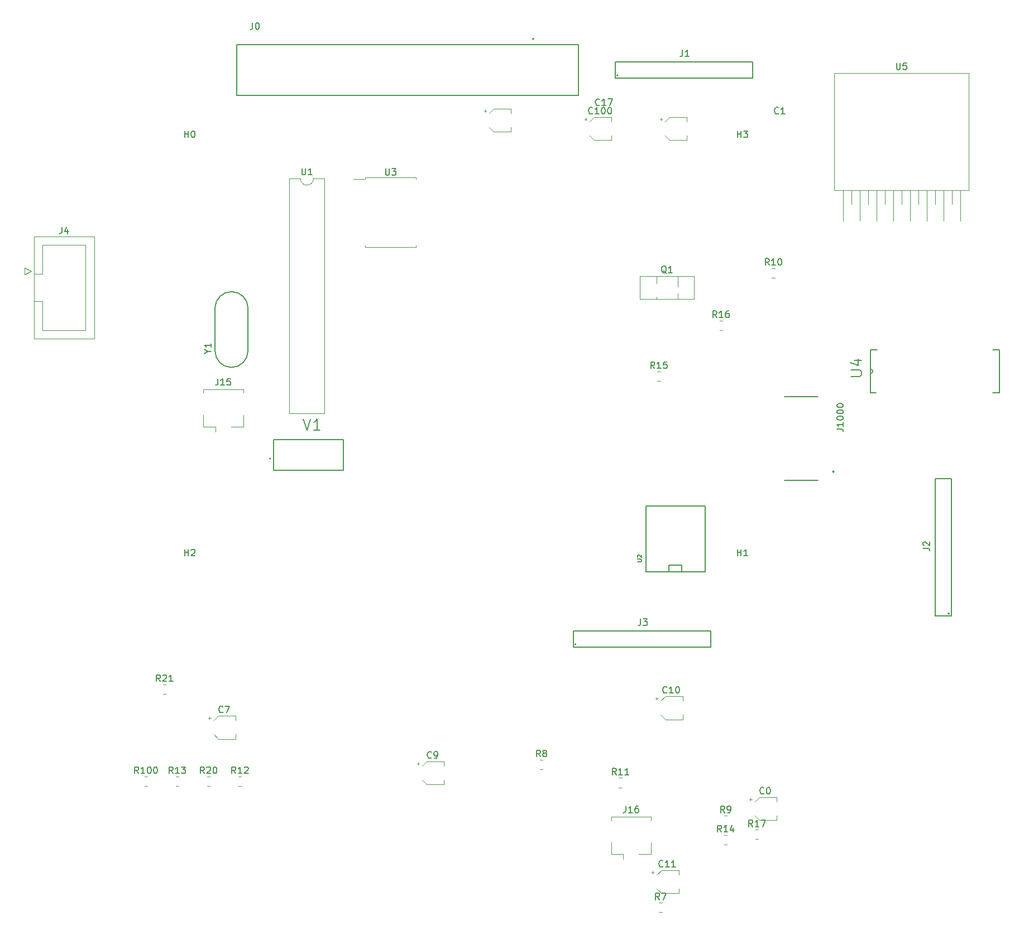
<source format=gbr>
%TF.GenerationSoftware,KiCad,Pcbnew,(6.0.7-1)-1*%
%TF.CreationDate,2022-10-11T17:33:30-05:00*%
%TF.ProjectId,PCB 2,50434220-322e-46b6-9963-61645f706362,rev?*%
%TF.SameCoordinates,Original*%
%TF.FileFunction,Legend,Top*%
%TF.FilePolarity,Positive*%
%FSLAX46Y46*%
G04 Gerber Fmt 4.6, Leading zero omitted, Abs format (unit mm)*
G04 Created by KiCad (PCBNEW (6.0.7-1)-1) date 2022-10-11 17:33:30*
%MOMM*%
%LPD*%
G01*
G04 APERTURE LIST*
%ADD10C,0.150000*%
%ADD11C,0.127000*%
%ADD12C,0.200000*%
%ADD13C,0.152400*%
%ADD14C,0.120000*%
G04 APERTURE END LIST*
D10*
%TO.C,Y1*%
X66241190Y-68071190D02*
X66717380Y-68071190D01*
X65717380Y-68404523D02*
X66241190Y-68071190D01*
X65717380Y-67737857D01*
X66717380Y-66880714D02*
X66717380Y-67452142D01*
X66717380Y-67166428D02*
X65717380Y-67166428D01*
X65860238Y-67261666D01*
X65955476Y-67356904D01*
X66003095Y-67452142D01*
%TO.C,V1*%
X80757185Y-78366288D02*
X81306345Y-80013768D01*
X81855505Y-78366288D01*
X83267631Y-80013768D02*
X82326214Y-80013768D01*
X82796922Y-80013768D02*
X82796922Y-78366288D01*
X82640020Y-78601642D01*
X82483117Y-78758545D01*
X82326214Y-78836997D01*
%TO.C,U5*%
X170683095Y-24312380D02*
X170683095Y-25121904D01*
X170730714Y-25217142D01*
X170778333Y-25264761D01*
X170873571Y-25312380D01*
X171064047Y-25312380D01*
X171159285Y-25264761D01*
X171206904Y-25217142D01*
X171254523Y-25121904D01*
X171254523Y-24312380D01*
X172206904Y-24312380D02*
X171730714Y-24312380D01*
X171683095Y-24788571D01*
X171730714Y-24740952D01*
X171825952Y-24693333D01*
X172064047Y-24693333D01*
X172159285Y-24740952D01*
X172206904Y-24788571D01*
X172254523Y-24883809D01*
X172254523Y-25121904D01*
X172206904Y-25217142D01*
X172159285Y-25264761D01*
X172064047Y-25312380D01*
X171825952Y-25312380D01*
X171730714Y-25264761D01*
X171683095Y-25217142D01*
%TO.C,U4*%
X163754393Y-71870713D02*
X165084689Y-71870713D01*
X165241195Y-71792460D01*
X165319448Y-71714208D01*
X165397700Y-71557702D01*
X165397700Y-71244691D01*
X165319448Y-71088186D01*
X165241195Y-71009933D01*
X165084689Y-70931680D01*
X163754393Y-70931680D01*
X164302162Y-69444879D02*
X165397700Y-69444879D01*
X163676141Y-69836142D02*
X164849931Y-70227406D01*
X164849931Y-69210121D01*
%TO.C,U3*%
X93208095Y-40332380D02*
X93208095Y-41141904D01*
X93255714Y-41237142D01*
X93303333Y-41284761D01*
X93398571Y-41332380D01*
X93589047Y-41332380D01*
X93684285Y-41284761D01*
X93731904Y-41237142D01*
X93779523Y-41141904D01*
X93779523Y-40332380D01*
X94160476Y-40332380D02*
X94779523Y-40332380D01*
X94446190Y-40713333D01*
X94589047Y-40713333D01*
X94684285Y-40760952D01*
X94731904Y-40808571D01*
X94779523Y-40903809D01*
X94779523Y-41141904D01*
X94731904Y-41237142D01*
X94684285Y-41284761D01*
X94589047Y-41332380D01*
X94303333Y-41332380D01*
X94208095Y-41284761D01*
X94160476Y-41237142D01*
%TO.C,U2*%
X131395179Y-99980389D02*
X131913989Y-99980389D01*
X131975025Y-99949871D01*
X132005544Y-99919353D01*
X132036062Y-99858316D01*
X132036062Y-99736243D01*
X132005544Y-99675207D01*
X131975025Y-99644689D01*
X131913989Y-99614170D01*
X131395179Y-99614170D01*
X131456215Y-99339506D02*
X131425697Y-99308988D01*
X131395179Y-99247952D01*
X131395179Y-99095360D01*
X131425697Y-99034324D01*
X131456215Y-99003806D01*
X131517252Y-98973287D01*
X131578288Y-98973287D01*
X131669843Y-99003806D01*
X132036062Y-99370025D01*
X132036062Y-98973287D01*
%TO.C,U1*%
X80518095Y-40302380D02*
X80518095Y-41111904D01*
X80565714Y-41207142D01*
X80613333Y-41254761D01*
X80708571Y-41302380D01*
X80899047Y-41302380D01*
X80994285Y-41254761D01*
X81041904Y-41207142D01*
X81089523Y-41111904D01*
X81089523Y-40302380D01*
X82089523Y-41302380D02*
X81518095Y-41302380D01*
X81803809Y-41302380D02*
X81803809Y-40302380D01*
X81708571Y-40445238D01*
X81613333Y-40540476D01*
X81518095Y-40588095D01*
%TO.C,R100*%
X55750952Y-132152380D02*
X55417619Y-131676190D01*
X55179523Y-132152380D02*
X55179523Y-131152380D01*
X55560476Y-131152380D01*
X55655714Y-131200000D01*
X55703333Y-131247619D01*
X55750952Y-131342857D01*
X55750952Y-131485714D01*
X55703333Y-131580952D01*
X55655714Y-131628571D01*
X55560476Y-131676190D01*
X55179523Y-131676190D01*
X56703333Y-132152380D02*
X56131904Y-132152380D01*
X56417619Y-132152380D02*
X56417619Y-131152380D01*
X56322380Y-131295238D01*
X56227142Y-131390476D01*
X56131904Y-131438095D01*
X57322380Y-131152380D02*
X57417619Y-131152380D01*
X57512857Y-131200000D01*
X57560476Y-131247619D01*
X57608095Y-131342857D01*
X57655714Y-131533333D01*
X57655714Y-131771428D01*
X57608095Y-131961904D01*
X57560476Y-132057142D01*
X57512857Y-132104761D01*
X57417619Y-132152380D01*
X57322380Y-132152380D01*
X57227142Y-132104761D01*
X57179523Y-132057142D01*
X57131904Y-131961904D01*
X57084285Y-131771428D01*
X57084285Y-131533333D01*
X57131904Y-131342857D01*
X57179523Y-131247619D01*
X57227142Y-131200000D01*
X57322380Y-131152380D01*
X58274761Y-131152380D02*
X58370000Y-131152380D01*
X58465238Y-131200000D01*
X58512857Y-131247619D01*
X58560476Y-131342857D01*
X58608095Y-131533333D01*
X58608095Y-131771428D01*
X58560476Y-131961904D01*
X58512857Y-132057142D01*
X58465238Y-132104761D01*
X58370000Y-132152380D01*
X58274761Y-132152380D01*
X58179523Y-132104761D01*
X58131904Y-132057142D01*
X58084285Y-131961904D01*
X58036666Y-131771428D01*
X58036666Y-131533333D01*
X58084285Y-131342857D01*
X58131904Y-131247619D01*
X58179523Y-131200000D01*
X58274761Y-131152380D01*
%TO.C,R21*%
X59047142Y-118182380D02*
X58713809Y-117706190D01*
X58475714Y-118182380D02*
X58475714Y-117182380D01*
X58856666Y-117182380D01*
X58951904Y-117230000D01*
X58999523Y-117277619D01*
X59047142Y-117372857D01*
X59047142Y-117515714D01*
X58999523Y-117610952D01*
X58951904Y-117658571D01*
X58856666Y-117706190D01*
X58475714Y-117706190D01*
X59428095Y-117277619D02*
X59475714Y-117230000D01*
X59570952Y-117182380D01*
X59809047Y-117182380D01*
X59904285Y-117230000D01*
X59951904Y-117277619D01*
X59999523Y-117372857D01*
X59999523Y-117468095D01*
X59951904Y-117610952D01*
X59380476Y-118182380D01*
X59999523Y-118182380D01*
X60951904Y-118182380D02*
X60380476Y-118182380D01*
X60666190Y-118182380D02*
X60666190Y-117182380D01*
X60570952Y-117325238D01*
X60475714Y-117420476D01*
X60380476Y-117468095D01*
%TO.C,R20*%
X65727142Y-132152380D02*
X65393809Y-131676190D01*
X65155714Y-132152380D02*
X65155714Y-131152380D01*
X65536666Y-131152380D01*
X65631904Y-131200000D01*
X65679523Y-131247619D01*
X65727142Y-131342857D01*
X65727142Y-131485714D01*
X65679523Y-131580952D01*
X65631904Y-131628571D01*
X65536666Y-131676190D01*
X65155714Y-131676190D01*
X66108095Y-131247619D02*
X66155714Y-131200000D01*
X66250952Y-131152380D01*
X66489047Y-131152380D01*
X66584285Y-131200000D01*
X66631904Y-131247619D01*
X66679523Y-131342857D01*
X66679523Y-131438095D01*
X66631904Y-131580952D01*
X66060476Y-132152380D01*
X66679523Y-132152380D01*
X67298571Y-131152380D02*
X67393809Y-131152380D01*
X67489047Y-131200000D01*
X67536666Y-131247619D01*
X67584285Y-131342857D01*
X67631904Y-131533333D01*
X67631904Y-131771428D01*
X67584285Y-131961904D01*
X67536666Y-132057142D01*
X67489047Y-132104761D01*
X67393809Y-132152380D01*
X67298571Y-132152380D01*
X67203333Y-132104761D01*
X67155714Y-132057142D01*
X67108095Y-131961904D01*
X67060476Y-131771428D01*
X67060476Y-131533333D01*
X67108095Y-131342857D01*
X67155714Y-131247619D01*
X67203333Y-131200000D01*
X67298571Y-131152380D01*
%TO.C,R17*%
X148887142Y-140202380D02*
X148553809Y-139726190D01*
X148315714Y-140202380D02*
X148315714Y-139202380D01*
X148696666Y-139202380D01*
X148791904Y-139250000D01*
X148839523Y-139297619D01*
X148887142Y-139392857D01*
X148887142Y-139535714D01*
X148839523Y-139630952D01*
X148791904Y-139678571D01*
X148696666Y-139726190D01*
X148315714Y-139726190D01*
X149839523Y-140202380D02*
X149268095Y-140202380D01*
X149553809Y-140202380D02*
X149553809Y-139202380D01*
X149458571Y-139345238D01*
X149363333Y-139440476D01*
X149268095Y-139488095D01*
X150172857Y-139202380D02*
X150839523Y-139202380D01*
X150410952Y-140202380D01*
%TO.C,R16*%
X143427142Y-62954380D02*
X143093809Y-62478190D01*
X142855714Y-62954380D02*
X142855714Y-61954380D01*
X143236666Y-61954380D01*
X143331904Y-62002000D01*
X143379523Y-62049619D01*
X143427142Y-62144857D01*
X143427142Y-62287714D01*
X143379523Y-62382952D01*
X143331904Y-62430571D01*
X143236666Y-62478190D01*
X142855714Y-62478190D01*
X144379523Y-62954380D02*
X143808095Y-62954380D01*
X144093809Y-62954380D02*
X144093809Y-61954380D01*
X143998571Y-62097238D01*
X143903333Y-62192476D01*
X143808095Y-62240095D01*
X145236666Y-61954380D02*
X145046190Y-61954380D01*
X144950952Y-62002000D01*
X144903333Y-62049619D01*
X144808095Y-62192476D01*
X144760476Y-62382952D01*
X144760476Y-62763904D01*
X144808095Y-62859142D01*
X144855714Y-62906761D01*
X144950952Y-62954380D01*
X145141428Y-62954380D01*
X145236666Y-62906761D01*
X145284285Y-62859142D01*
X145331904Y-62763904D01*
X145331904Y-62525809D01*
X145284285Y-62430571D01*
X145236666Y-62382952D01*
X145141428Y-62335333D01*
X144950952Y-62335333D01*
X144855714Y-62382952D01*
X144808095Y-62430571D01*
X144760476Y-62525809D01*
%TO.C,R15*%
X133997142Y-70674380D02*
X133663809Y-70198190D01*
X133425714Y-70674380D02*
X133425714Y-69674380D01*
X133806666Y-69674380D01*
X133901904Y-69722000D01*
X133949523Y-69769619D01*
X133997142Y-69864857D01*
X133997142Y-70007714D01*
X133949523Y-70102952D01*
X133901904Y-70150571D01*
X133806666Y-70198190D01*
X133425714Y-70198190D01*
X134949523Y-70674380D02*
X134378095Y-70674380D01*
X134663809Y-70674380D02*
X134663809Y-69674380D01*
X134568571Y-69817238D01*
X134473333Y-69912476D01*
X134378095Y-69960095D01*
X135854285Y-69674380D02*
X135378095Y-69674380D01*
X135330476Y-70150571D01*
X135378095Y-70102952D01*
X135473333Y-70055333D01*
X135711428Y-70055333D01*
X135806666Y-70102952D01*
X135854285Y-70150571D01*
X135901904Y-70245809D01*
X135901904Y-70483904D01*
X135854285Y-70579142D01*
X135806666Y-70626761D01*
X135711428Y-70674380D01*
X135473333Y-70674380D01*
X135378095Y-70626761D01*
X135330476Y-70579142D01*
%TO.C,R14*%
X144137142Y-141042380D02*
X143803809Y-140566190D01*
X143565714Y-141042380D02*
X143565714Y-140042380D01*
X143946666Y-140042380D01*
X144041904Y-140090000D01*
X144089523Y-140137619D01*
X144137142Y-140232857D01*
X144137142Y-140375714D01*
X144089523Y-140470952D01*
X144041904Y-140518571D01*
X143946666Y-140566190D01*
X143565714Y-140566190D01*
X145089523Y-141042380D02*
X144518095Y-141042380D01*
X144803809Y-141042380D02*
X144803809Y-140042380D01*
X144708571Y-140185238D01*
X144613333Y-140280476D01*
X144518095Y-140328095D01*
X145946666Y-140375714D02*
X145946666Y-141042380D01*
X145708571Y-139994761D02*
X145470476Y-140709047D01*
X146089523Y-140709047D01*
%TO.C,R13*%
X60977142Y-132152380D02*
X60643809Y-131676190D01*
X60405714Y-132152380D02*
X60405714Y-131152380D01*
X60786666Y-131152380D01*
X60881904Y-131200000D01*
X60929523Y-131247619D01*
X60977142Y-131342857D01*
X60977142Y-131485714D01*
X60929523Y-131580952D01*
X60881904Y-131628571D01*
X60786666Y-131676190D01*
X60405714Y-131676190D01*
X61929523Y-132152380D02*
X61358095Y-132152380D01*
X61643809Y-132152380D02*
X61643809Y-131152380D01*
X61548571Y-131295238D01*
X61453333Y-131390476D01*
X61358095Y-131438095D01*
X62262857Y-131152380D02*
X62881904Y-131152380D01*
X62548571Y-131533333D01*
X62691428Y-131533333D01*
X62786666Y-131580952D01*
X62834285Y-131628571D01*
X62881904Y-131723809D01*
X62881904Y-131961904D01*
X62834285Y-132057142D01*
X62786666Y-132104761D01*
X62691428Y-132152380D01*
X62405714Y-132152380D01*
X62310476Y-132104761D01*
X62262857Y-132057142D01*
%TO.C,R12*%
X70477142Y-132152380D02*
X70143809Y-131676190D01*
X69905714Y-132152380D02*
X69905714Y-131152380D01*
X70286666Y-131152380D01*
X70381904Y-131200000D01*
X70429523Y-131247619D01*
X70477142Y-131342857D01*
X70477142Y-131485714D01*
X70429523Y-131580952D01*
X70381904Y-131628571D01*
X70286666Y-131676190D01*
X69905714Y-131676190D01*
X71429523Y-132152380D02*
X70858095Y-132152380D01*
X71143809Y-132152380D02*
X71143809Y-131152380D01*
X71048571Y-131295238D01*
X70953333Y-131390476D01*
X70858095Y-131438095D01*
X71810476Y-131247619D02*
X71858095Y-131200000D01*
X71953333Y-131152380D01*
X72191428Y-131152380D01*
X72286666Y-131200000D01*
X72334285Y-131247619D01*
X72381904Y-131342857D01*
X72381904Y-131438095D01*
X72334285Y-131580952D01*
X71762857Y-132152380D01*
X72381904Y-132152380D01*
%TO.C,R11*%
X128177142Y-132352380D02*
X127843809Y-131876190D01*
X127605714Y-132352380D02*
X127605714Y-131352380D01*
X127986666Y-131352380D01*
X128081904Y-131400000D01*
X128129523Y-131447619D01*
X128177142Y-131542857D01*
X128177142Y-131685714D01*
X128129523Y-131780952D01*
X128081904Y-131828571D01*
X127986666Y-131876190D01*
X127605714Y-131876190D01*
X129129523Y-132352380D02*
X128558095Y-132352380D01*
X128843809Y-132352380D02*
X128843809Y-131352380D01*
X128748571Y-131495238D01*
X128653333Y-131590476D01*
X128558095Y-131638095D01*
X130081904Y-132352380D02*
X129510476Y-132352380D01*
X129796190Y-132352380D02*
X129796190Y-131352380D01*
X129700952Y-131495238D01*
X129605714Y-131590476D01*
X129510476Y-131638095D01*
%TO.C,R10*%
X151377142Y-55004380D02*
X151043809Y-54528190D01*
X150805714Y-55004380D02*
X150805714Y-54004380D01*
X151186666Y-54004380D01*
X151281904Y-54052000D01*
X151329523Y-54099619D01*
X151377142Y-54194857D01*
X151377142Y-54337714D01*
X151329523Y-54432952D01*
X151281904Y-54480571D01*
X151186666Y-54528190D01*
X150805714Y-54528190D01*
X152329523Y-55004380D02*
X151758095Y-55004380D01*
X152043809Y-55004380D02*
X152043809Y-54004380D01*
X151948571Y-54147238D01*
X151853333Y-54242476D01*
X151758095Y-54290095D01*
X152948571Y-54004380D02*
X153043809Y-54004380D01*
X153139047Y-54052000D01*
X153186666Y-54099619D01*
X153234285Y-54194857D01*
X153281904Y-54385333D01*
X153281904Y-54623428D01*
X153234285Y-54813904D01*
X153186666Y-54909142D01*
X153139047Y-54956761D01*
X153043809Y-55004380D01*
X152948571Y-55004380D01*
X152853333Y-54956761D01*
X152805714Y-54909142D01*
X152758095Y-54813904D01*
X152710476Y-54623428D01*
X152710476Y-54385333D01*
X152758095Y-54194857D01*
X152805714Y-54099619D01*
X152853333Y-54052000D01*
X152948571Y-54004380D01*
%TO.C,R9*%
X144613333Y-138092380D02*
X144280000Y-137616190D01*
X144041904Y-138092380D02*
X144041904Y-137092380D01*
X144422857Y-137092380D01*
X144518095Y-137140000D01*
X144565714Y-137187619D01*
X144613333Y-137282857D01*
X144613333Y-137425714D01*
X144565714Y-137520952D01*
X144518095Y-137568571D01*
X144422857Y-137616190D01*
X144041904Y-137616190D01*
X145089523Y-138092380D02*
X145280000Y-138092380D01*
X145375238Y-138044761D01*
X145422857Y-137997142D01*
X145518095Y-137854285D01*
X145565714Y-137663809D01*
X145565714Y-137282857D01*
X145518095Y-137187619D01*
X145470476Y-137140000D01*
X145375238Y-137092380D01*
X145184761Y-137092380D01*
X145089523Y-137140000D01*
X145041904Y-137187619D01*
X144994285Y-137282857D01*
X144994285Y-137520952D01*
X145041904Y-137616190D01*
X145089523Y-137663809D01*
X145184761Y-137711428D01*
X145375238Y-137711428D01*
X145470476Y-137663809D01*
X145518095Y-137616190D01*
X145565714Y-137520952D01*
%TO.C,R8*%
X116673333Y-129612380D02*
X116340000Y-129136190D01*
X116101904Y-129612380D02*
X116101904Y-128612380D01*
X116482857Y-128612380D01*
X116578095Y-128660000D01*
X116625714Y-128707619D01*
X116673333Y-128802857D01*
X116673333Y-128945714D01*
X116625714Y-129040952D01*
X116578095Y-129088571D01*
X116482857Y-129136190D01*
X116101904Y-129136190D01*
X117244761Y-129040952D02*
X117149523Y-128993333D01*
X117101904Y-128945714D01*
X117054285Y-128850476D01*
X117054285Y-128802857D01*
X117101904Y-128707619D01*
X117149523Y-128660000D01*
X117244761Y-128612380D01*
X117435238Y-128612380D01*
X117530476Y-128660000D01*
X117578095Y-128707619D01*
X117625714Y-128802857D01*
X117625714Y-128850476D01*
X117578095Y-128945714D01*
X117530476Y-128993333D01*
X117435238Y-129040952D01*
X117244761Y-129040952D01*
X117149523Y-129088571D01*
X117101904Y-129136190D01*
X117054285Y-129231428D01*
X117054285Y-129421904D01*
X117101904Y-129517142D01*
X117149523Y-129564761D01*
X117244761Y-129612380D01*
X117435238Y-129612380D01*
X117530476Y-129564761D01*
X117578095Y-129517142D01*
X117625714Y-129421904D01*
X117625714Y-129231428D01*
X117578095Y-129136190D01*
X117530476Y-129088571D01*
X117435238Y-129040952D01*
%TO.C,R7*%
X134743333Y-151292380D02*
X134410000Y-150816190D01*
X134171904Y-151292380D02*
X134171904Y-150292380D01*
X134552857Y-150292380D01*
X134648095Y-150340000D01*
X134695714Y-150387619D01*
X134743333Y-150482857D01*
X134743333Y-150625714D01*
X134695714Y-150720952D01*
X134648095Y-150768571D01*
X134552857Y-150816190D01*
X134171904Y-150816190D01*
X135076666Y-150292380D02*
X135743333Y-150292380D01*
X135314761Y-151292380D01*
%TO.C,Q1*%
X135794761Y-56222619D02*
X135699523Y-56175000D01*
X135604285Y-56079761D01*
X135461428Y-55936904D01*
X135366190Y-55889285D01*
X135270952Y-55889285D01*
X135318571Y-56127380D02*
X135223333Y-56079761D01*
X135128095Y-55984523D01*
X135080476Y-55794047D01*
X135080476Y-55460714D01*
X135128095Y-55270238D01*
X135223333Y-55175000D01*
X135318571Y-55127380D01*
X135509047Y-55127380D01*
X135604285Y-55175000D01*
X135699523Y-55270238D01*
X135747142Y-55460714D01*
X135747142Y-55794047D01*
X135699523Y-55984523D01*
X135604285Y-56079761D01*
X135509047Y-56127380D01*
X135318571Y-56127380D01*
X136699523Y-56127380D02*
X136128095Y-56127380D01*
X136413809Y-56127380D02*
X136413809Y-55127380D01*
X136318571Y-55270238D01*
X136223333Y-55365476D01*
X136128095Y-55413095D01*
%TO.C,J1000*%
X161627380Y-79866904D02*
X162341666Y-79866904D01*
X162484523Y-79914523D01*
X162579761Y-80009761D01*
X162627380Y-80152619D01*
X162627380Y-80247857D01*
X162627380Y-78866904D02*
X162627380Y-79438333D01*
X162627380Y-79152619D02*
X161627380Y-79152619D01*
X161770238Y-79247857D01*
X161865476Y-79343095D01*
X161913095Y-79438333D01*
X161627380Y-78247857D02*
X161627380Y-78152619D01*
X161675000Y-78057380D01*
X161722619Y-78009761D01*
X161817857Y-77962142D01*
X162008333Y-77914523D01*
X162246428Y-77914523D01*
X162436904Y-77962142D01*
X162532142Y-78009761D01*
X162579761Y-78057380D01*
X162627380Y-78152619D01*
X162627380Y-78247857D01*
X162579761Y-78343095D01*
X162532142Y-78390714D01*
X162436904Y-78438333D01*
X162246428Y-78485952D01*
X162008333Y-78485952D01*
X161817857Y-78438333D01*
X161722619Y-78390714D01*
X161675000Y-78343095D01*
X161627380Y-78247857D01*
X161627380Y-77295476D02*
X161627380Y-77200238D01*
X161675000Y-77105000D01*
X161722619Y-77057380D01*
X161817857Y-77009761D01*
X162008333Y-76962142D01*
X162246428Y-76962142D01*
X162436904Y-77009761D01*
X162532142Y-77057380D01*
X162579761Y-77105000D01*
X162627380Y-77200238D01*
X162627380Y-77295476D01*
X162579761Y-77390714D01*
X162532142Y-77438333D01*
X162436904Y-77485952D01*
X162246428Y-77533571D01*
X162008333Y-77533571D01*
X161817857Y-77485952D01*
X161722619Y-77438333D01*
X161675000Y-77390714D01*
X161627380Y-77295476D01*
X161627380Y-76343095D02*
X161627380Y-76247857D01*
X161675000Y-76152619D01*
X161722619Y-76105000D01*
X161817857Y-76057380D01*
X162008333Y-76009761D01*
X162246428Y-76009761D01*
X162436904Y-76057380D01*
X162532142Y-76105000D01*
X162579761Y-76152619D01*
X162627380Y-76247857D01*
X162627380Y-76343095D01*
X162579761Y-76438333D01*
X162532142Y-76485952D01*
X162436904Y-76533571D01*
X162246428Y-76581190D01*
X162008333Y-76581190D01*
X161817857Y-76533571D01*
X161722619Y-76485952D01*
X161675000Y-76438333D01*
X161627380Y-76343095D01*
%TO.C,J16*%
X129640476Y-137092380D02*
X129640476Y-137806666D01*
X129592857Y-137949523D01*
X129497619Y-138044761D01*
X129354761Y-138092380D01*
X129259523Y-138092380D01*
X130640476Y-138092380D02*
X130069047Y-138092380D01*
X130354761Y-138092380D02*
X130354761Y-137092380D01*
X130259523Y-137235238D01*
X130164285Y-137330476D01*
X130069047Y-137378095D01*
X131497619Y-137092380D02*
X131307142Y-137092380D01*
X131211904Y-137140000D01*
X131164285Y-137187619D01*
X131069047Y-137330476D01*
X131021428Y-137520952D01*
X131021428Y-137901904D01*
X131069047Y-137997142D01*
X131116666Y-138044761D01*
X131211904Y-138092380D01*
X131402380Y-138092380D01*
X131497619Y-138044761D01*
X131545238Y-137997142D01*
X131592857Y-137901904D01*
X131592857Y-137663809D01*
X131545238Y-137568571D01*
X131497619Y-137520952D01*
X131402380Y-137473333D01*
X131211904Y-137473333D01*
X131116666Y-137520952D01*
X131069047Y-137568571D01*
X131021428Y-137663809D01*
%TO.C,J15*%
X67770476Y-72222380D02*
X67770476Y-72936666D01*
X67722857Y-73079523D01*
X67627619Y-73174761D01*
X67484761Y-73222380D01*
X67389523Y-73222380D01*
X68770476Y-73222380D02*
X68199047Y-73222380D01*
X68484761Y-73222380D02*
X68484761Y-72222380D01*
X68389523Y-72365238D01*
X68294285Y-72460476D01*
X68199047Y-72508095D01*
X69675238Y-72222380D02*
X69199047Y-72222380D01*
X69151428Y-72698571D01*
X69199047Y-72650952D01*
X69294285Y-72603333D01*
X69532380Y-72603333D01*
X69627619Y-72650952D01*
X69675238Y-72698571D01*
X69722857Y-72793809D01*
X69722857Y-73031904D01*
X69675238Y-73127142D01*
X69627619Y-73174761D01*
X69532380Y-73222380D01*
X69294285Y-73222380D01*
X69199047Y-73174761D01*
X69151428Y-73127142D01*
%TO.C,J4*%
X44116666Y-49232380D02*
X44116666Y-49946666D01*
X44069047Y-50089523D01*
X43973809Y-50184761D01*
X43830952Y-50232380D01*
X43735714Y-50232380D01*
X45021428Y-49565714D02*
X45021428Y-50232380D01*
X44783333Y-49184761D02*
X44545238Y-49899047D01*
X45164285Y-49899047D01*
%TO.C,J3*%
X131883648Y-108688648D02*
X131883648Y-109403733D01*
X131835975Y-109546749D01*
X131740631Y-109642094D01*
X131597614Y-109689766D01*
X131502269Y-109689766D01*
X132265026Y-108688648D02*
X132884766Y-108688648D01*
X132551060Y-109070027D01*
X132694076Y-109070027D01*
X132789421Y-109117699D01*
X132837093Y-109165371D01*
X132884766Y-109260716D01*
X132884766Y-109499077D01*
X132837093Y-109594422D01*
X132789421Y-109642094D01*
X132694076Y-109689766D01*
X132408043Y-109689766D01*
X132312698Y-109642094D01*
X132265026Y-109594422D01*
%TO.C,J2*%
X174728648Y-97986352D02*
X175443733Y-97986352D01*
X175586749Y-98034024D01*
X175682094Y-98129368D01*
X175729766Y-98272385D01*
X175729766Y-98367730D01*
X174823993Y-97557301D02*
X174776321Y-97509629D01*
X174728648Y-97414284D01*
X174728648Y-97175923D01*
X174776321Y-97080578D01*
X174823993Y-97032906D01*
X174919337Y-96985234D01*
X175014682Y-96985234D01*
X175157699Y-97032906D01*
X175729766Y-97604973D01*
X175729766Y-96985234D01*
%TO.C,J1*%
X138233648Y-22328648D02*
X138233648Y-23043733D01*
X138185975Y-23186749D01*
X138090631Y-23282094D01*
X137947614Y-23329766D01*
X137852269Y-23329766D01*
X139234766Y-23329766D02*
X138662698Y-23329766D01*
X138948732Y-23329766D02*
X138948732Y-22328648D01*
X138853387Y-22471665D01*
X138758043Y-22567010D01*
X138662698Y-22614682D01*
%TO.C,J0*%
X73051666Y-18217380D02*
X73051666Y-18931666D01*
X73004047Y-19074523D01*
X72908809Y-19169761D01*
X72765952Y-19217380D01*
X72670714Y-19217380D01*
X73718333Y-18217380D02*
X73813571Y-18217380D01*
X73908809Y-18265000D01*
X73956428Y-18312619D01*
X74004047Y-18407857D01*
X74051666Y-18598333D01*
X74051666Y-18836428D01*
X74004047Y-19026904D01*
X73956428Y-19122142D01*
X73908809Y-19169761D01*
X73813571Y-19217380D01*
X73718333Y-19217380D01*
X73623095Y-19169761D01*
X73575476Y-19122142D01*
X73527857Y-19026904D01*
X73480238Y-18836428D01*
X73480238Y-18598333D01*
X73527857Y-18407857D01*
X73575476Y-18312619D01*
X73623095Y-18265000D01*
X73718333Y-18217380D01*
%TO.C,H3*%
X146558095Y-35622380D02*
X146558095Y-34622380D01*
X146558095Y-35098571D02*
X147129523Y-35098571D01*
X147129523Y-35622380D02*
X147129523Y-34622380D01*
X147510476Y-34622380D02*
X148129523Y-34622380D01*
X147796190Y-35003333D01*
X147939047Y-35003333D01*
X148034285Y-35050952D01*
X148081904Y-35098571D01*
X148129523Y-35193809D01*
X148129523Y-35431904D01*
X148081904Y-35527142D01*
X148034285Y-35574761D01*
X147939047Y-35622380D01*
X147653333Y-35622380D01*
X147558095Y-35574761D01*
X147510476Y-35527142D01*
%TO.C,H2*%
X62738095Y-99122380D02*
X62738095Y-98122380D01*
X62738095Y-98598571D02*
X63309523Y-98598571D01*
X63309523Y-99122380D02*
X63309523Y-98122380D01*
X63738095Y-98217619D02*
X63785714Y-98170000D01*
X63880952Y-98122380D01*
X64119047Y-98122380D01*
X64214285Y-98170000D01*
X64261904Y-98217619D01*
X64309523Y-98312857D01*
X64309523Y-98408095D01*
X64261904Y-98550952D01*
X63690476Y-99122380D01*
X64309523Y-99122380D01*
%TO.C,H1*%
X146558095Y-99122380D02*
X146558095Y-98122380D01*
X146558095Y-98598571D02*
X147129523Y-98598571D01*
X147129523Y-99122380D02*
X147129523Y-98122380D01*
X148129523Y-99122380D02*
X147558095Y-99122380D01*
X147843809Y-99122380D02*
X147843809Y-98122380D01*
X147748571Y-98265238D01*
X147653333Y-98360476D01*
X147558095Y-98408095D01*
%TO.C,H0*%
X62738095Y-35622380D02*
X62738095Y-34622380D01*
X62738095Y-35098571D02*
X63309523Y-35098571D01*
X63309523Y-35622380D02*
X63309523Y-34622380D01*
X63976190Y-34622380D02*
X64071428Y-34622380D01*
X64166666Y-34670000D01*
X64214285Y-34717619D01*
X64261904Y-34812857D01*
X64309523Y-35003333D01*
X64309523Y-35241428D01*
X64261904Y-35431904D01*
X64214285Y-35527142D01*
X64166666Y-35574761D01*
X64071428Y-35622380D01*
X63976190Y-35622380D01*
X63880952Y-35574761D01*
X63833333Y-35527142D01*
X63785714Y-35431904D01*
X63738095Y-35241428D01*
X63738095Y-35003333D01*
X63785714Y-34812857D01*
X63833333Y-34717619D01*
X63880952Y-34670000D01*
X63976190Y-34622380D01*
%TO.C,C100*%
X124610952Y-31947142D02*
X124563333Y-31994761D01*
X124420476Y-32042380D01*
X124325238Y-32042380D01*
X124182380Y-31994761D01*
X124087142Y-31899523D01*
X124039523Y-31804285D01*
X123991904Y-31613809D01*
X123991904Y-31470952D01*
X124039523Y-31280476D01*
X124087142Y-31185238D01*
X124182380Y-31090000D01*
X124325238Y-31042380D01*
X124420476Y-31042380D01*
X124563333Y-31090000D01*
X124610952Y-31137619D01*
X125563333Y-32042380D02*
X124991904Y-32042380D01*
X125277619Y-32042380D02*
X125277619Y-31042380D01*
X125182380Y-31185238D01*
X125087142Y-31280476D01*
X124991904Y-31328095D01*
X126182380Y-31042380D02*
X126277619Y-31042380D01*
X126372857Y-31090000D01*
X126420476Y-31137619D01*
X126468095Y-31232857D01*
X126515714Y-31423333D01*
X126515714Y-31661428D01*
X126468095Y-31851904D01*
X126420476Y-31947142D01*
X126372857Y-31994761D01*
X126277619Y-32042380D01*
X126182380Y-32042380D01*
X126087142Y-31994761D01*
X126039523Y-31947142D01*
X125991904Y-31851904D01*
X125944285Y-31661428D01*
X125944285Y-31423333D01*
X125991904Y-31232857D01*
X126039523Y-31137619D01*
X126087142Y-31090000D01*
X126182380Y-31042380D01*
X127134761Y-31042380D02*
X127230000Y-31042380D01*
X127325238Y-31090000D01*
X127372857Y-31137619D01*
X127420476Y-31232857D01*
X127468095Y-31423333D01*
X127468095Y-31661428D01*
X127420476Y-31851904D01*
X127372857Y-31947142D01*
X127325238Y-31994761D01*
X127230000Y-32042380D01*
X127134761Y-32042380D01*
X127039523Y-31994761D01*
X126991904Y-31947142D01*
X126944285Y-31851904D01*
X126896666Y-31661428D01*
X126896666Y-31423333D01*
X126944285Y-31232857D01*
X126991904Y-31137619D01*
X127039523Y-31090000D01*
X127134761Y-31042380D01*
%TO.C,C17*%
X125650142Y-30677142D02*
X125602523Y-30724761D01*
X125459666Y-30772380D01*
X125364428Y-30772380D01*
X125221571Y-30724761D01*
X125126333Y-30629523D01*
X125078714Y-30534285D01*
X125031095Y-30343809D01*
X125031095Y-30200952D01*
X125078714Y-30010476D01*
X125126333Y-29915238D01*
X125221571Y-29820000D01*
X125364428Y-29772380D01*
X125459666Y-29772380D01*
X125602523Y-29820000D01*
X125650142Y-29867619D01*
X126602523Y-30772380D02*
X126031095Y-30772380D01*
X126316809Y-30772380D02*
X126316809Y-29772380D01*
X126221571Y-29915238D01*
X126126333Y-30010476D01*
X126031095Y-30058095D01*
X126935857Y-29772380D02*
X127602523Y-29772380D01*
X127173952Y-30772380D01*
%TO.C,C11*%
X135267142Y-146247142D02*
X135219523Y-146294761D01*
X135076666Y-146342380D01*
X134981428Y-146342380D01*
X134838571Y-146294761D01*
X134743333Y-146199523D01*
X134695714Y-146104285D01*
X134648095Y-145913809D01*
X134648095Y-145770952D01*
X134695714Y-145580476D01*
X134743333Y-145485238D01*
X134838571Y-145390000D01*
X134981428Y-145342380D01*
X135076666Y-145342380D01*
X135219523Y-145390000D01*
X135267142Y-145437619D01*
X136219523Y-146342380D02*
X135648095Y-146342380D01*
X135933809Y-146342380D02*
X135933809Y-145342380D01*
X135838571Y-145485238D01*
X135743333Y-145580476D01*
X135648095Y-145628095D01*
X137171904Y-146342380D02*
X136600476Y-146342380D01*
X136886190Y-146342380D02*
X136886190Y-145342380D01*
X136790952Y-145485238D01*
X136695714Y-145580476D01*
X136600476Y-145628095D01*
%TO.C,C10*%
X135867142Y-119857142D02*
X135819523Y-119904761D01*
X135676666Y-119952380D01*
X135581428Y-119952380D01*
X135438571Y-119904761D01*
X135343333Y-119809523D01*
X135295714Y-119714285D01*
X135248095Y-119523809D01*
X135248095Y-119380952D01*
X135295714Y-119190476D01*
X135343333Y-119095238D01*
X135438571Y-119000000D01*
X135581428Y-118952380D01*
X135676666Y-118952380D01*
X135819523Y-119000000D01*
X135867142Y-119047619D01*
X136819523Y-119952380D02*
X136248095Y-119952380D01*
X136533809Y-119952380D02*
X136533809Y-118952380D01*
X136438571Y-119095238D01*
X136343333Y-119190476D01*
X136248095Y-119238095D01*
X137438571Y-118952380D02*
X137533809Y-118952380D01*
X137629047Y-119000000D01*
X137676666Y-119047619D01*
X137724285Y-119142857D01*
X137771904Y-119333333D01*
X137771904Y-119571428D01*
X137724285Y-119761904D01*
X137676666Y-119857142D01*
X137629047Y-119904761D01*
X137533809Y-119952380D01*
X137438571Y-119952380D01*
X137343333Y-119904761D01*
X137295714Y-119857142D01*
X137248095Y-119761904D01*
X137200476Y-119571428D01*
X137200476Y-119333333D01*
X137248095Y-119142857D01*
X137295714Y-119047619D01*
X137343333Y-119000000D01*
X137438571Y-118952380D01*
%TO.C,C9*%
X100163333Y-129737142D02*
X100115714Y-129784761D01*
X99972857Y-129832380D01*
X99877619Y-129832380D01*
X99734761Y-129784761D01*
X99639523Y-129689523D01*
X99591904Y-129594285D01*
X99544285Y-129403809D01*
X99544285Y-129260952D01*
X99591904Y-129070476D01*
X99639523Y-128975238D01*
X99734761Y-128880000D01*
X99877619Y-128832380D01*
X99972857Y-128832380D01*
X100115714Y-128880000D01*
X100163333Y-128927619D01*
X100639523Y-129832380D02*
X100830000Y-129832380D01*
X100925238Y-129784761D01*
X100972857Y-129737142D01*
X101068095Y-129594285D01*
X101115714Y-129403809D01*
X101115714Y-129022857D01*
X101068095Y-128927619D01*
X101020476Y-128880000D01*
X100925238Y-128832380D01*
X100734761Y-128832380D01*
X100639523Y-128880000D01*
X100591904Y-128927619D01*
X100544285Y-129022857D01*
X100544285Y-129260952D01*
X100591904Y-129356190D01*
X100639523Y-129403809D01*
X100734761Y-129451428D01*
X100925238Y-129451428D01*
X101020476Y-129403809D01*
X101068095Y-129356190D01*
X101115714Y-129260952D01*
%TO.C,C7*%
X68553333Y-122817142D02*
X68505714Y-122864761D01*
X68362857Y-122912380D01*
X68267619Y-122912380D01*
X68124761Y-122864761D01*
X68029523Y-122769523D01*
X67981904Y-122674285D01*
X67934285Y-122483809D01*
X67934285Y-122340952D01*
X67981904Y-122150476D01*
X68029523Y-122055238D01*
X68124761Y-121960000D01*
X68267619Y-121912380D01*
X68362857Y-121912380D01*
X68505714Y-121960000D01*
X68553333Y-122007619D01*
X68886666Y-121912380D02*
X69553333Y-121912380D01*
X69124761Y-122912380D01*
%TO.C,C1*%
X152796333Y-31947142D02*
X152748714Y-31994761D01*
X152605857Y-32042380D01*
X152510619Y-32042380D01*
X152367761Y-31994761D01*
X152272523Y-31899523D01*
X152224904Y-31804285D01*
X152177285Y-31613809D01*
X152177285Y-31470952D01*
X152224904Y-31280476D01*
X152272523Y-31185238D01*
X152367761Y-31090000D01*
X152510619Y-31042380D01*
X152605857Y-31042380D01*
X152748714Y-31090000D01*
X152796333Y-31137619D01*
X153748714Y-32042380D02*
X153177285Y-32042380D01*
X153463000Y-32042380D02*
X153463000Y-31042380D01*
X153367761Y-31185238D01*
X153272523Y-31280476D01*
X153177285Y-31328095D01*
%TO.C,C0*%
X150593333Y-135157142D02*
X150545714Y-135204761D01*
X150402857Y-135252380D01*
X150307619Y-135252380D01*
X150164761Y-135204761D01*
X150069523Y-135109523D01*
X150021904Y-135014285D01*
X149974285Y-134823809D01*
X149974285Y-134680952D01*
X150021904Y-134490476D01*
X150069523Y-134395238D01*
X150164761Y-134300000D01*
X150307619Y-134252380D01*
X150402857Y-134252380D01*
X150545714Y-134300000D01*
X150593333Y-134347619D01*
X151212380Y-134252380D02*
X151307619Y-134252380D01*
X151402857Y-134300000D01*
X151450476Y-134347619D01*
X151498095Y-134442857D01*
X151545714Y-134633333D01*
X151545714Y-134871428D01*
X151498095Y-135061904D01*
X151450476Y-135157142D01*
X151402857Y-135204761D01*
X151307619Y-135252380D01*
X151212380Y-135252380D01*
X151117142Y-135204761D01*
X151069523Y-135157142D01*
X151021904Y-135061904D01*
X150974285Y-134871428D01*
X150974285Y-134633333D01*
X151021904Y-134442857D01*
X151069523Y-134347619D01*
X151117142Y-134300000D01*
X151212380Y-134252380D01*
D11*
%TO.C,Y1*%
X69850000Y-70520000D02*
G75*
G03*
X72350000Y-68020000I0J2500000D01*
G01*
X67350000Y-68020000D02*
G75*
G03*
X69850000Y-70520000I2500000J0D01*
G01*
X72350000Y-61520000D02*
G75*
G03*
X69850000Y-59020000I-2500000J0D01*
G01*
X69850000Y-59020000D02*
G75*
G03*
X67350000Y-61520000I0J-2500000D01*
G01*
X72350000Y-68020000D02*
X72350000Y-61520000D01*
X67350000Y-68020000D02*
X67350000Y-61520000D01*
D12*
%TO.C,V1*%
X75782500Y-84368000D02*
G75*
G03*
X75782500Y-84368000I-100000J0D01*
G01*
D13*
X86802500Y-86168000D02*
X76262500Y-86168000D01*
X86802500Y-81468000D02*
X86802500Y-86168000D01*
X76262500Y-81468000D02*
X86802500Y-81468000D01*
X76262500Y-86168000D02*
X76262500Y-81468000D01*
D14*
%TO.C,U5*%
X161225000Y-25860000D02*
X181665000Y-25860000D01*
X173985000Y-43600000D02*
X173985000Y-45714000D01*
X172715000Y-43600000D02*
X172715000Y-48255000D01*
X181665000Y-25860000D02*
X181665000Y-43600000D01*
X171445000Y-43600000D02*
X171445000Y-45714000D01*
X168905000Y-43600000D02*
X168905000Y-45714000D01*
X179065000Y-43600000D02*
X179065000Y-45714000D01*
X176525000Y-43600000D02*
X176525000Y-45714000D01*
X163825000Y-43600000D02*
X163825000Y-45714000D01*
X161225000Y-25860000D02*
X161225000Y-43600000D01*
X175255000Y-43600000D02*
X175255000Y-48255000D01*
X177795000Y-43600000D02*
X177795000Y-48255000D01*
X166365000Y-43600000D02*
X166365000Y-45714000D01*
X180335000Y-43600000D02*
X180335000Y-48255000D01*
X165095000Y-43600000D02*
X165095000Y-48255000D01*
X170175000Y-43600000D02*
X170175000Y-48255000D01*
X162555000Y-43600000D02*
X162555000Y-48270000D01*
X161225000Y-43600000D02*
X181665000Y-43600000D01*
X167635000Y-43600000D02*
X167635000Y-48255000D01*
D13*
%TO.C,U4*%
X166776400Y-71424800D02*
G75*
G03*
X166776400Y-70815200I0J304800D01*
G01*
X185318400Y-74371200D02*
X186283600Y-74371200D01*
X166776400Y-74371200D02*
X167614600Y-74371200D01*
X166776400Y-71424800D02*
X166776400Y-74371200D01*
X166776400Y-70815200D02*
X166776400Y-71424800D01*
X166776400Y-67868800D02*
X166776400Y-70815200D01*
X186283600Y-67868800D02*
X185318400Y-67868800D01*
X186283600Y-74371200D02*
X186283600Y-67868800D01*
X167741600Y-67868800D02*
X166776400Y-67868800D01*
D14*
%TO.C,U3*%
X93970000Y-41720000D02*
X90110000Y-41720000D01*
X93970000Y-41720000D02*
X97830000Y-41720000D01*
X90110000Y-41720000D02*
X90110000Y-41975000D01*
X97830000Y-41720000D02*
X97830000Y-41975000D01*
X93970000Y-52240000D02*
X90110000Y-52240000D01*
X90110000Y-41975000D02*
X88295000Y-41975000D01*
X90110000Y-52240000D02*
X90110000Y-51985000D01*
X93970000Y-52240000D02*
X97830000Y-52240000D01*
X97830000Y-52240000D02*
X97830000Y-51985000D01*
D11*
%TO.C,U2*%
X132660000Y-101520000D02*
X136160000Y-101520000D01*
X136160000Y-101520000D02*
X138160000Y-101520000D01*
X138160000Y-101520000D02*
X141660000Y-101520000D01*
X141660000Y-101520000D02*
X141660000Y-91520000D01*
X141660000Y-91520000D02*
X132660000Y-91520000D01*
X132660000Y-91520000D02*
X132660000Y-101520000D01*
X136160000Y-101520000D02*
X136160000Y-100520000D01*
X136160000Y-100520000D02*
X138160000Y-100520000D01*
X138160000Y-100520000D02*
X138160000Y-101520000D01*
D14*
%TO.C,U1*%
X80280000Y-41850000D02*
G75*
G03*
X82280000Y-41850000I1000000J0D01*
G01*
X78630000Y-77530000D02*
X83930000Y-77530000D01*
X78630000Y-41850000D02*
X78630000Y-77530000D01*
X80280000Y-41850000D02*
X78630000Y-41850000D01*
X83930000Y-77530000D02*
X83930000Y-41850000D01*
X83930000Y-41850000D02*
X82280000Y-41850000D01*
%TO.C,R100*%
X56642936Y-134085000D02*
X57097064Y-134085000D01*
X56642936Y-132615000D02*
X57097064Y-132615000D01*
%TO.C,R21*%
X59462936Y-120115000D02*
X59917064Y-120115000D01*
X59462936Y-118645000D02*
X59917064Y-118645000D01*
%TO.C,R20*%
X66142936Y-134085000D02*
X66597064Y-134085000D01*
X66142936Y-132615000D02*
X66597064Y-132615000D01*
%TO.C,R17*%
X149302936Y-142135000D02*
X149757064Y-142135000D01*
X149302936Y-140665000D02*
X149757064Y-140665000D01*
%TO.C,R16*%
X143842936Y-64887000D02*
X144297064Y-64887000D01*
X143842936Y-63417000D02*
X144297064Y-63417000D01*
%TO.C,R15*%
X134412936Y-72607000D02*
X134867064Y-72607000D01*
X134412936Y-71137000D02*
X134867064Y-71137000D01*
%TO.C,R14*%
X144552936Y-142975000D02*
X145007064Y-142975000D01*
X144552936Y-141505000D02*
X145007064Y-141505000D01*
%TO.C,R13*%
X61392936Y-134085000D02*
X61847064Y-134085000D01*
X61392936Y-132615000D02*
X61847064Y-132615000D01*
%TO.C,R12*%
X70892936Y-134085000D02*
X71347064Y-134085000D01*
X70892936Y-132615000D02*
X71347064Y-132615000D01*
%TO.C,R11*%
X128592936Y-134285000D02*
X129047064Y-134285000D01*
X128592936Y-132815000D02*
X129047064Y-132815000D01*
%TO.C,R10*%
X151792936Y-56937000D02*
X152247064Y-56937000D01*
X151792936Y-55467000D02*
X152247064Y-55467000D01*
%TO.C,R9*%
X144552936Y-140025000D02*
X145007064Y-140025000D01*
X144552936Y-138555000D02*
X145007064Y-138555000D01*
%TO.C,R8*%
X116612936Y-131545000D02*
X117067064Y-131545000D01*
X116612936Y-130075000D02*
X117067064Y-130075000D01*
%TO.C,R7*%
X134682936Y-153225000D02*
X135137064Y-153225000D01*
X134682936Y-151755000D02*
X135137064Y-151755000D01*
%TO.C,Q1*%
X134290000Y-59845000D02*
X134290000Y-60165000D01*
X131770000Y-56675000D02*
X140010000Y-56675000D01*
X131770000Y-56675000D02*
X131770000Y-60165000D01*
X131770000Y-60165000D02*
X140010000Y-60165000D01*
X137491000Y-56675000D02*
X137491000Y-58255000D01*
X137491000Y-59335000D02*
X137491000Y-60165000D01*
X134290000Y-56675000D02*
X134290000Y-57745000D01*
X140010000Y-56675000D02*
X140010000Y-60165000D01*
D12*
%TO.C,J1000*%
X161210000Y-86360000D02*
G75*
G03*
X161210000Y-86360000I-100000J0D01*
G01*
X153670000Y-74930000D02*
X158750000Y-74930000D01*
X158750000Y-87630000D02*
X153670000Y-87630000D01*
D14*
%TO.C,J16*%
X127415000Y-142600000D02*
X127415000Y-144400000D01*
X127415000Y-144400000D02*
X129265000Y-144400000D01*
X133485000Y-142600000D02*
X133485000Y-144400000D01*
X127415000Y-138730000D02*
X133485000Y-138730000D01*
X129265000Y-144400000D02*
X129265000Y-145140000D01*
X133485000Y-144400000D02*
X131635000Y-144400000D01*
X133485000Y-138730000D02*
X133485000Y-139280000D01*
X127415000Y-139280000D02*
X127415000Y-138730000D01*
%TO.C,J15*%
X65545000Y-77730000D02*
X65545000Y-79530000D01*
X65545000Y-79530000D02*
X67395000Y-79530000D01*
X71615000Y-77730000D02*
X71615000Y-79530000D01*
X65545000Y-73860000D02*
X71615000Y-73860000D01*
X67395000Y-79530000D02*
X67395000Y-80270000D01*
X71615000Y-79530000D02*
X69765000Y-79530000D01*
X71615000Y-73860000D02*
X71615000Y-74410000D01*
X65545000Y-74410000D02*
X65545000Y-73860000D01*
%TO.C,J4*%
X41200000Y-60470000D02*
X39890000Y-60470000D01*
X38500000Y-56380000D02*
X39500000Y-55880000D01*
X49010000Y-50670000D02*
X49010000Y-66170000D01*
X39890000Y-66170000D02*
X39890000Y-50670000D01*
X39500000Y-55880000D02*
X38500000Y-55380000D01*
X47700000Y-51970000D02*
X47700000Y-64870000D01*
X39890000Y-56370000D02*
X41200000Y-56370000D01*
X49010000Y-66170000D02*
X39890000Y-66170000D01*
X39890000Y-50670000D02*
X49010000Y-50670000D01*
X41200000Y-56370000D02*
X41200000Y-51970000D01*
X41200000Y-64870000D02*
X41200000Y-60470000D01*
X38500000Y-55380000D02*
X38500000Y-56380000D01*
X47700000Y-64870000D02*
X41200000Y-64870000D01*
X41200000Y-51970000D02*
X47700000Y-51970000D01*
X41200000Y-60470000D02*
X41200000Y-60470000D01*
D11*
%TO.C,J3*%
X122080000Y-112560000D02*
G75*
G03*
X122080000Y-112560000I-100000J0D01*
G01*
X121670000Y-110510000D02*
X121670000Y-113010000D01*
X142490000Y-110510000D02*
X121670000Y-110510000D01*
X142490000Y-113010000D02*
X142490000Y-110510000D01*
X121670000Y-113010000D02*
X142490000Y-113010000D01*
%TO.C,J2*%
X178700000Y-107890000D02*
G75*
G03*
X178700000Y-107890000I-100000J0D01*
G01*
X176550000Y-108200000D02*
X179050000Y-108200000D01*
X176550000Y-87380000D02*
X176550000Y-108200000D01*
X179050000Y-87380000D02*
X176550000Y-87380000D01*
X179050000Y-108200000D02*
X179050000Y-87380000D01*
%TO.C,J1*%
X128430000Y-26200000D02*
G75*
G03*
X128430000Y-26200000I-100000J0D01*
G01*
X128020000Y-24150000D02*
X128020000Y-26650000D01*
X148840000Y-24150000D02*
X128020000Y-24150000D01*
X148840000Y-26650000D02*
X148840000Y-24150000D01*
X128020000Y-26650000D02*
X148840000Y-26650000D01*
%TO.C,J0*%
X70610000Y-29275000D02*
X122430000Y-29275000D01*
D12*
X115670000Y-20660000D02*
G75*
G03*
X115670000Y-20660000I-100000J0D01*
G01*
D11*
X70610000Y-29275000D02*
X70610000Y-21525000D01*
X122430000Y-21525000D02*
X122430000Y-29275000D01*
X70610000Y-21525000D02*
X122430000Y-21525000D01*
D14*
%TO.C,C100*%
X124859437Y-36050000D02*
X127490000Y-36050000D01*
X127490000Y-36050000D02*
X127490000Y-35350000D01*
X123542500Y-32667500D02*
X123542500Y-33042500D01*
X124159437Y-35350000D02*
X124859437Y-36050000D01*
X124859437Y-32530000D02*
X127490000Y-32530000D01*
X127490000Y-32530000D02*
X127490000Y-33230000D01*
X123355000Y-32855000D02*
X123730000Y-32855000D01*
X124159437Y-33230000D02*
X124859437Y-32530000D01*
%TO.C,C17*%
X109619437Y-34780000D02*
X112250000Y-34780000D01*
X112250000Y-34780000D02*
X112250000Y-34080000D01*
X108302500Y-31397500D02*
X108302500Y-31772500D01*
X108919437Y-34080000D02*
X109619437Y-34780000D01*
X109619437Y-31260000D02*
X112250000Y-31260000D01*
X112250000Y-31260000D02*
X112250000Y-31960000D01*
X108115000Y-31585000D02*
X108490000Y-31585000D01*
X108919437Y-31960000D02*
X109619437Y-31260000D01*
%TO.C,C11*%
X135039437Y-150350000D02*
X137670000Y-150350000D01*
X137670000Y-150350000D02*
X137670000Y-149650000D01*
X133722500Y-146967500D02*
X133722500Y-147342500D01*
X134339437Y-149650000D02*
X135039437Y-150350000D01*
X135039437Y-146830000D02*
X137670000Y-146830000D01*
X137670000Y-146830000D02*
X137670000Y-147530000D01*
X133535000Y-147155000D02*
X133910000Y-147155000D01*
X134339437Y-147530000D02*
X135039437Y-146830000D01*
%TO.C,C10*%
X135639437Y-123960000D02*
X138270000Y-123960000D01*
X138270000Y-123960000D02*
X138270000Y-123260000D01*
X134322500Y-120577500D02*
X134322500Y-120952500D01*
X134939437Y-123260000D02*
X135639437Y-123960000D01*
X135639437Y-120440000D02*
X138270000Y-120440000D01*
X138270000Y-120440000D02*
X138270000Y-121140000D01*
X134135000Y-120765000D02*
X134510000Y-120765000D01*
X134939437Y-121140000D02*
X135639437Y-120440000D01*
%TO.C,C9*%
X99459437Y-133840000D02*
X102090000Y-133840000D01*
X102090000Y-133840000D02*
X102090000Y-133140000D01*
X98142500Y-130457500D02*
X98142500Y-130832500D01*
X98759437Y-133140000D02*
X99459437Y-133840000D01*
X99459437Y-130320000D02*
X102090000Y-130320000D01*
X102090000Y-130320000D02*
X102090000Y-131020000D01*
X97955000Y-130645000D02*
X98330000Y-130645000D01*
X98759437Y-131020000D02*
X99459437Y-130320000D01*
%TO.C,C7*%
X67849437Y-126920000D02*
X70480000Y-126920000D01*
X70480000Y-126920000D02*
X70480000Y-126220000D01*
X66532500Y-123537500D02*
X66532500Y-123912500D01*
X67149437Y-126220000D02*
X67849437Y-126920000D01*
X67849437Y-123400000D02*
X70480000Y-123400000D01*
X70480000Y-123400000D02*
X70480000Y-124100000D01*
X66345000Y-123725000D02*
X66720000Y-123725000D01*
X67149437Y-124100000D02*
X67849437Y-123400000D01*
%TO.C,C1*%
X136289437Y-36050000D02*
X138920000Y-36050000D01*
X138920000Y-36050000D02*
X138920000Y-35350000D01*
X134972500Y-32667500D02*
X134972500Y-33042500D01*
X135589437Y-35350000D02*
X136289437Y-36050000D01*
X136289437Y-32530000D02*
X138920000Y-32530000D01*
X138920000Y-32530000D02*
X138920000Y-33230000D01*
X134785000Y-32855000D02*
X135160000Y-32855000D01*
X135589437Y-33230000D02*
X136289437Y-32530000D01*
%TO.C,C0*%
X149889437Y-139260000D02*
X152520000Y-139260000D01*
X152520000Y-139260000D02*
X152520000Y-138560000D01*
X148572500Y-135877500D02*
X148572500Y-136252500D01*
X149189437Y-138560000D02*
X149889437Y-139260000D01*
X149889437Y-135740000D02*
X152520000Y-135740000D01*
X152520000Y-135740000D02*
X152520000Y-136440000D01*
X148385000Y-136065000D02*
X148760000Y-136065000D01*
X149189437Y-136440000D02*
X149889437Y-135740000D01*
%TD*%
M02*

</source>
